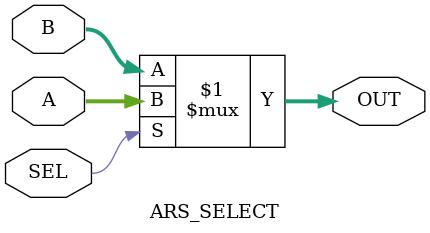
<source format=v>
`timescale 1ns / 1ps
module ARS_SELECT(
					SEL,
					A,
					B,
					OUT
					);
input SEL;
input [232 : 0] A;
input [232 : 0] B;
output [232 : 0] OUT;
//if(SEL)
//	assign OUT = A;
//else
//	assign OUT = B;
assign OUT = SEL ? A : B;




endmodule
</source>
